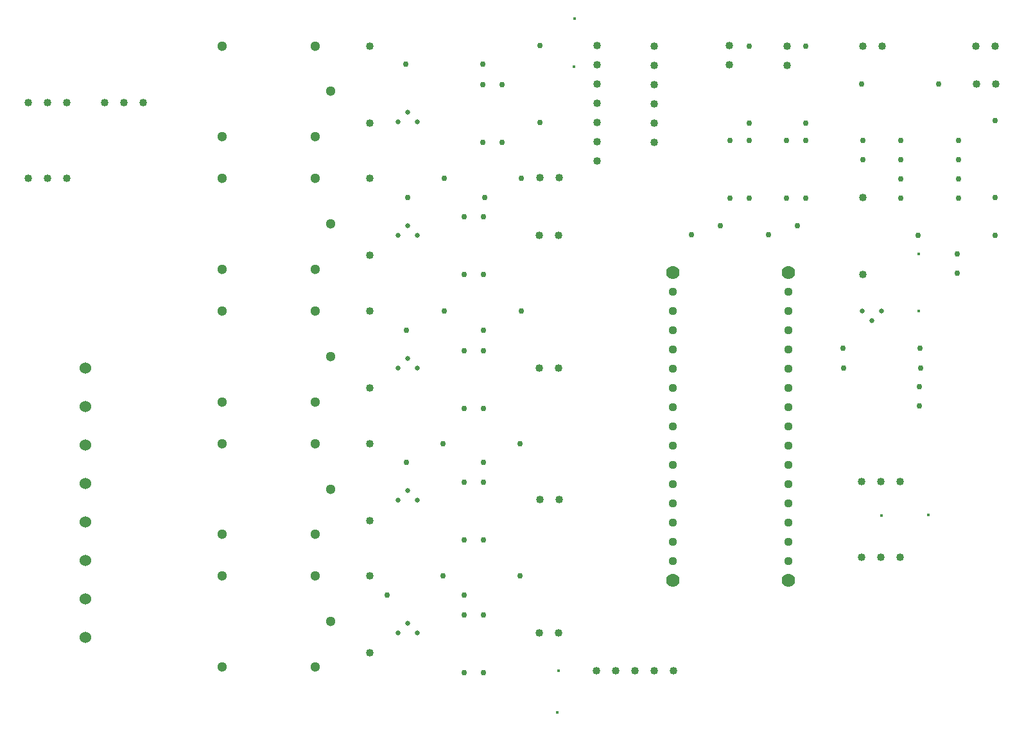
<source format=gbr>
G04 PROTEUS GERBER X2 FILE*
%TF.GenerationSoftware,Labcenter,Proteus,8.11-SP0-Build30052*%
%TF.CreationDate,2022-11-07T16:30:26+00:00*%
%TF.FileFunction,Plated,0,2,PTH*%
%TF.FilePolarity,Positive*%
%TF.Part,Single*%
%TF.SameCoordinates,{2811b8d5-d4f7-46d7-8bd2-63344e37ddfc}*%
%FSLAX45Y45*%
%MOMM*%
G01*
%TA.AperFunction,ViaDrill*%
%ADD75C,0.381000*%
%TA.AperFunction,ComponentDrill*%
%ADD76C,1.110000*%
%ADD77C,1.778000*%
%TA.AperFunction,ComponentDrill*%
%ADD78C,0.762000*%
%TA.AperFunction,ComponentDrill*%
%ADD79C,1.016000*%
%TA.AperFunction,ComponentDrill*%
%ADD80C,0.635000*%
%TA.AperFunction,ComponentDrill*%
%ADD81C,1.300000*%
%TA.AperFunction,ComponentDrill*%
%ADD82C,1.524000*%
%TD.AperFunction*%
D75*
X+2500000Y+3000000D03*
X+2500000Y+2250000D03*
X+2010355Y-450845D03*
X+2625600Y-445200D03*
X-2037198Y+6110185D03*
X-2045926Y+5473003D03*
X-2250000Y-2500000D03*
X-2266080Y-3046761D03*
D76*
X-742000Y+2500000D03*
X-742000Y+2246000D03*
X-742000Y+1992000D03*
X-742000Y+1738000D03*
X-742000Y+1484000D03*
X-742000Y+1230000D03*
X-742000Y+976000D03*
X-742000Y+722000D03*
X-742000Y+468000D03*
X-742000Y+214000D03*
X-742000Y-40000D03*
X-742000Y-294000D03*
X-742000Y-548000D03*
X-742000Y-802000D03*
X-742000Y-1056000D03*
X+782000Y+2500000D03*
X+782000Y+2246000D03*
X+782000Y+1992000D03*
X+782000Y+1738000D03*
X+782000Y+1484000D03*
X+782000Y+1230000D03*
X+782000Y+976000D03*
X+782000Y+722000D03*
X+782000Y+468000D03*
X+782000Y+214000D03*
X+782000Y-40000D03*
X+782000Y-294000D03*
X+782000Y-548000D03*
X+782000Y-802000D03*
X+782000Y-1056000D03*
D77*
X-742000Y+2754000D03*
X-742000Y-1310000D03*
X+782000Y-1310000D03*
X+782000Y+2754000D03*
D78*
X+258000Y+4500000D03*
X+4000Y+4500000D03*
X+4000Y+3738000D03*
X+258000Y+3738000D03*
X+1008000Y+4500000D03*
X+754000Y+4500000D03*
X+754000Y+3738000D03*
X+1008000Y+3738000D03*
X+258000Y+5750000D03*
X+258000Y+4734000D03*
X-121000Y+3379000D03*
X+895000Y+3379000D03*
X-500000Y+3258000D03*
X+516000Y+3258000D03*
X+1008000Y+5750000D03*
X+1008000Y+4734000D03*
X+2258000Y+4500000D03*
X+2258000Y+4246000D03*
X+2258000Y+3992000D03*
X+2258000Y+3738000D03*
X+3020000Y+3738000D03*
X+3020000Y+3992000D03*
X+3020000Y+4246000D03*
X+3020000Y+4500000D03*
D79*
X-992000Y+5750000D03*
X-992000Y+5496000D03*
X-992000Y+5242000D03*
X-992000Y+4988000D03*
X-992000Y+4734000D03*
X-992000Y+4480000D03*
X-1742000Y+5758000D03*
X-1742000Y+5504000D03*
X-1742000Y+5250000D03*
X-1742000Y+4996000D03*
X-1742000Y+4742000D03*
X-1742000Y+4488000D03*
X-1742000Y+4234000D03*
D78*
X+3508000Y+3750000D03*
X+3508000Y+4766000D03*
X+2492000Y+3250000D03*
X+3508000Y+3250000D03*
X+1758000Y+4250000D03*
X+1758000Y+4504000D03*
X+3008000Y+2750000D03*
X+3008000Y+3004000D03*
D79*
X+1758000Y+2734000D03*
X+1758000Y+3750000D03*
D80*
X+1754000Y+2250000D03*
X+1881000Y+2123000D03*
X+2008000Y+2250000D03*
D78*
X+1500000Y+1758000D03*
X+2516000Y+1758000D03*
X+1508000Y+1500000D03*
X+2524000Y+1500000D03*
X+2508000Y+1254000D03*
X+2508000Y+1000000D03*
D79*
X+1746000Y+0D03*
X+2000000Y+0D03*
X+2254000Y+0D03*
X+0Y+5754000D03*
X+0Y+5500000D03*
X+1758000Y+5750000D03*
X+2012000Y+5750000D03*
D81*
X-5462000Y+5750000D03*
X-6692000Y+5750000D03*
X-6692000Y+4550000D03*
X-5462000Y+4550000D03*
X-5262000Y+5150000D03*
X-5462000Y+4000000D03*
X-6692000Y+4000000D03*
X-6692000Y+2800000D03*
X-5462000Y+2800000D03*
X-5262000Y+3400000D03*
X-5462000Y+2250000D03*
X-6692000Y+2250000D03*
X-6692000Y+1050000D03*
X-5462000Y+1050000D03*
X-5262000Y+1650000D03*
X-5462000Y+500000D03*
X-6692000Y+500000D03*
X-6692000Y-700000D03*
X-5462000Y-700000D03*
X-5262000Y-100000D03*
X-5462000Y-1250000D03*
X-6692000Y-1250000D03*
X-6692000Y-2450000D03*
X-5462000Y-2450000D03*
X-5262000Y-1850000D03*
D78*
X-3250000Y+4480000D03*
X-2996000Y+4480000D03*
X-2996000Y+5242000D03*
X-3250000Y+5242000D03*
X-3500000Y+2730000D03*
X-3246000Y+2730000D03*
X-3246000Y+3492000D03*
X-3500000Y+3492000D03*
X-3496000Y+960000D03*
X-3242000Y+960000D03*
X-3242000Y+1722000D03*
X-3496000Y+1722000D03*
X-3500000Y-770000D03*
X-3246000Y-770000D03*
X-3246000Y-8000D03*
X-3500000Y-8000D03*
X-3500000Y-2528000D03*
X-3246000Y-2528000D03*
X-3246000Y-1766000D03*
X-3500000Y-1766000D03*
X-2500000Y+5758000D03*
X-2500000Y+4742000D03*
X-3758000Y+4000000D03*
X-2742000Y+4000000D03*
X-3758000Y+2250000D03*
X-2742000Y+2250000D03*
X-3774000Y+500000D03*
X-2758000Y+500000D03*
X-3774000Y-1250000D03*
X-2758000Y-1250000D03*
D79*
X-4742000Y+4734000D03*
X-4742000Y+5750000D03*
X-4742000Y+2984000D03*
X-4742000Y+4000000D03*
X-4742000Y+1234000D03*
X-4742000Y+2250000D03*
X-4742000Y-516000D03*
X-4742000Y+500000D03*
X-4742000Y-2266000D03*
X-4742000Y-1250000D03*
X-2500000Y+4008000D03*
X-2246000Y+4008000D03*
X-2504000Y+3250000D03*
X-2250000Y+3250000D03*
X-2504000Y+1500000D03*
X-2250000Y+1500000D03*
X-2500000Y-242000D03*
X-2246000Y-242000D03*
X-2504000Y-2000000D03*
X-2250000Y-2000000D03*
X+3508000Y+5750000D03*
X+3254000Y+5750000D03*
X+3516000Y+5250000D03*
X+3262000Y+5250000D03*
D78*
X+2758000Y+5250000D03*
X+1742000Y+5250000D03*
D79*
X+758000Y+5492000D03*
X+758000Y+5746000D03*
D78*
X-3250000Y+5508000D03*
X-4266000Y+5508000D03*
D80*
X-4115000Y+3250000D03*
X-4242000Y+3377000D03*
X-4369000Y+3250000D03*
D78*
X-3226000Y+3750000D03*
X-4242000Y+3750000D03*
D80*
X-4115000Y+1500000D03*
X-4242000Y+1627000D03*
X-4369000Y+1500000D03*
D78*
X-3242000Y+2000000D03*
X-4258000Y+2000000D03*
D80*
X-4115000Y-250000D03*
X-4242000Y-123000D03*
X-4369000Y-250000D03*
D78*
X-3242000Y+250000D03*
X-4258000Y+250000D03*
D80*
X-4115000Y-2000000D03*
X-4242000Y-1873000D03*
X-4369000Y-2000000D03*
D78*
X-3500000Y-1500000D03*
X-4516000Y-1500000D03*
D79*
X-9242000Y+4000000D03*
X-8988000Y+4000000D03*
X-8734000Y+4000000D03*
X-7734000Y+5000000D03*
X-7988000Y+5000000D03*
X-8242000Y+5000000D03*
X+1746000Y-1000000D03*
X+2000000Y-1000000D03*
X+2254000Y-1000000D03*
D82*
X-8492000Y+1500000D03*
X-8492000Y+992000D03*
X-8492000Y+484000D03*
X-8492000Y-24000D03*
X-8492000Y-532000D03*
X-8492000Y-1040000D03*
X-8492000Y-1548000D03*
X-8492000Y-2056000D03*
D79*
X-9246000Y+5000000D03*
X-8992000Y+5000000D03*
X-8738000Y+5000000D03*
D80*
X-4115000Y+4750000D03*
X-4242000Y+4877000D03*
X-4369000Y+4750000D03*
D79*
X-1750000Y-2500000D03*
X-1496000Y-2500000D03*
X-1242000Y-2500000D03*
X-988000Y-2500000D03*
X-734000Y-2500000D03*
M02*

</source>
